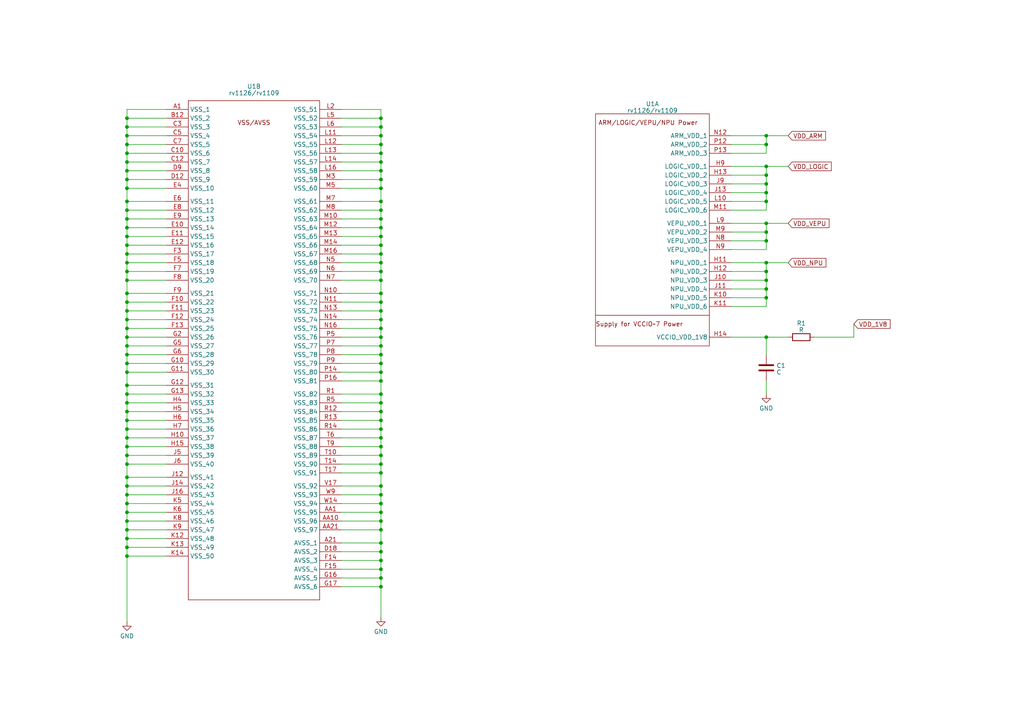
<source format=kicad_sch>
(kicad_sch (version 20230121) (generator eeschema)
  (paper "A4")
  (title_block (title "Leaf RV1126 Power") (date "2023-02-23") (rev "1") (company "Qingdao IotPi Information Technology"))
  (junction (at 110.49 114.3))
  (junction (at 36.83 87.63))
  (junction (at 222.25 76.2))
  (junction (at 110.49 36.83))
  (junction (at 36.83 156.21))
  (junction (at 110.49 116.84))
  (junction (at 110.49 105.41))
  (junction (at 36.83 143.51))
  (junction (at 110.49 90.17))
  (junction (at 110.49 95.25))
  (junction (at 222.25 83.82))
  (junction (at 36.83 71.12))
  (junction (at 110.49 34.29))
  (junction (at 222.25 97.79))
  (junction (at 36.83 138.43))
  (junction (at 36.83 116.84))
  (junction (at 110.49 134.62))
  (junction (at 36.83 111.76))
  (junction (at 36.83 95.25))
  (junction (at 36.83 105.41))
  (junction (at 222.25 39.37))
  (junction (at 110.49 151.13))
  (junction (at 110.49 49.53))
  (junction (at 36.83 54.61))
  (junction (at 110.49 160.02))
  (junction (at 110.49 63.5))
  (junction (at 36.83 46.99))
  (junction (at 222.25 78.74))
  (junction (at 36.83 36.83))
  (junction (at 36.83 44.45))
  (junction (at 36.83 92.71))
  (junction (at 110.49 71.12))
  (junction (at 110.49 39.37))
  (junction (at 110.49 100.33))
  (junction (at 222.25 67.31))
  (junction (at 36.83 148.59))
  (junction (at 36.83 78.74))
  (junction (at 36.83 119.38))
  (junction (at 110.49 46.99))
  (junction (at 110.49 97.79))
  (junction (at 110.49 110.49))
  (junction (at 36.83 63.5))
  (junction (at 36.83 34.29))
  (junction (at 36.83 66.04))
  (junction (at 36.83 114.3))
  (junction (at 110.49 153.67))
  (junction (at 110.49 76.2))
  (junction (at 110.49 143.51))
  (junction (at 110.49 73.66))
  (junction (at 36.83 49.53))
  (junction (at 36.83 161.29))
  (junction (at 110.49 121.92))
  (junction (at 36.83 90.17))
  (junction (at 36.83 68.58))
  (junction (at 36.83 129.54))
  (junction (at 36.83 85.09))
  (junction (at 222.25 50.8))
  (junction (at 222.25 86.36))
  (junction (at 36.83 158.75))
  (junction (at 222.25 64.77))
  (junction (at 110.49 41.91))
  (junction (at 36.83 134.62))
  (junction (at 36.83 127))
  (junction (at 110.49 107.95))
  (junction (at 110.49 54.61))
  (junction (at 36.83 151.13))
  (junction (at 222.25 41.91))
  (junction (at 222.25 69.85))
  (junction (at 36.83 52.07))
  (junction (at 110.49 119.38))
  (junction (at 110.49 78.74))
  (junction (at 110.49 165.1))
  (junction (at 110.49 102.87))
  (junction (at 36.83 121.92))
  (junction (at 36.83 124.46))
  (junction (at 36.83 153.67))
  (junction (at 110.49 137.16))
  (junction (at 110.49 81.28))
  (junction (at 222.25 58.42))
  (junction (at 222.25 53.34))
  (junction (at 36.83 132.08))
  (junction (at 36.83 107.95))
  (junction (at 222.25 48.26))
  (junction (at 110.49 66.04))
  (junction (at 36.83 140.97))
  (junction (at 110.49 146.05))
  (junction (at 110.49 132.08))
  (junction (at 110.49 68.58))
  (junction (at 36.83 100.33))
  (junction (at 110.49 170.18))
  (junction (at 36.83 58.42))
  (junction (at 110.49 167.64))
  (junction (at 110.49 124.46))
  (junction (at 110.49 157.48))
  (junction (at 36.83 39.37))
  (junction (at 110.49 85.09))
  (junction (at 36.83 76.2))
  (junction (at 36.83 102.87))
  (junction (at 110.49 92.71))
  (junction (at 110.49 60.96))
  (junction (at 110.49 58.42))
  (junction (at 110.49 162.56))
  (junction (at 36.83 60.96))
  (junction (at 36.83 81.28))
  (junction (at 110.49 44.45))
  (junction (at 36.83 146.05))
  (junction (at 110.49 129.54))
  (junction (at 36.83 73.66))
  (junction (at 110.49 148.59))
  (junction (at 36.83 41.91))
  (junction (at 110.49 87.63))
  (junction (at 222.25 55.88))
  (junction (at 110.49 52.07))
  (junction (at 110.49 127))
  (junction (at 110.49 140.97))
  (junction (at 36.83 97.79))
  (junction (at 222.25 81.28))
  (wire (pts (xy 110.49 36.83) (xy 99.06 36.83)))
  (wire (pts (xy 222.25 55.88) (xy 222.25 53.34)))
  (wire (pts (xy 36.83 36.83) (xy 48.26 36.83)))
  (wire (pts (xy 110.49 73.66) (xy 110.49 76.2)))
  (wire (pts (xy 36.83 153.67) (xy 36.83 156.21)))
  (wire (pts (xy 36.83 105.41) (xy 48.26 105.41)))
  (wire (pts (xy 36.83 41.91) (xy 36.83 44.45)))
  (wire (pts (xy 110.49 127) (xy 99.06 127)))
  (wire (pts (xy 110.49 105.41) (xy 110.49 107.95)))
  (wire (pts (xy 36.83 127) (xy 36.83 129.54)))
  (wire (pts (xy 110.49 114.3) (xy 110.49 116.84)))
  (wire (pts (xy 110.49 134.62) (xy 99.06 134.62)))
  (wire (pts (xy 36.83 39.37) (xy 36.83 41.91)))
  (wire (pts (xy 222.25 60.96) (xy 222.25 58.42)))
  (wire (pts (xy 36.83 49.53) (xy 48.26 49.53)))
  (wire (pts (xy 222.25 97.79) (xy 222.25 102.87)))
  (wire (pts (xy 110.49 160.02) (xy 110.49 162.56)))
  (wire (pts (xy 212.09 39.37) (xy 222.25 39.37)))
  (wire (pts (xy 110.49 81.28) (xy 110.49 85.09)))
  (wire (pts (xy 36.83 95.25) (xy 48.26 95.25)))
  (wire (pts (xy 110.49 110.49) (xy 110.49 114.3)))
  (wire (pts (xy 36.83 54.61) (xy 36.83 58.42)))
  (wire (pts (xy 36.83 119.38) (xy 48.26 119.38)))
  (wire (pts (xy 110.49 71.12) (xy 99.06 71.12)))
  (wire (pts (xy 36.83 102.87) (xy 36.83 105.41)))
  (wire (pts (xy 110.49 107.95) (xy 110.49 110.49)))
  (wire (pts (xy 36.83 148.59) (xy 36.83 151.13)))
  (wire (pts (xy 36.83 34.29) (xy 48.26 34.29)))
  (wire (pts (xy 110.49 46.99) (xy 110.49 49.53)))
  (wire (pts (xy 36.83 129.54) (xy 36.83 132.08)))
  (wire (pts (xy 110.49 44.45) (xy 99.06 44.45)))
  (wire (pts (xy 36.83 134.62) (xy 48.26 134.62)))
  (wire (pts (xy 36.83 102.87) (xy 48.26 102.87)))
  (wire (pts (xy 36.83 85.09) (xy 36.83 87.63)))
  (wire (pts (xy 110.49 85.09) (xy 99.06 85.09)))
  (wire (pts (xy 222.25 81.28) (xy 212.09 81.28)))
  (wire (pts (xy 36.83 36.83) (xy 36.83 39.37)))
  (wire (pts (xy 110.49 76.2) (xy 110.49 78.74)))
  (wire (pts (xy 222.25 39.37) (xy 228.6 39.37)))
  (wire (pts (xy 36.83 114.3) (xy 36.83 116.84)))
  (wire (pts (xy 36.83 41.91) (xy 48.26 41.91)))
  (wire (pts (xy 36.83 87.63) (xy 36.83 90.17)))
  (wire (pts (xy 36.83 68.58) (xy 36.83 71.12)))
  (wire (pts (xy 110.49 85.09) (xy 110.49 87.63)))
  (wire (pts (xy 36.83 151.13) (xy 48.26 151.13)))
  (wire (pts (xy 110.49 46.99) (xy 99.06 46.99)))
  (wire (pts (xy 36.83 143.51) (xy 48.26 143.51)))
  (wire (pts (xy 36.83 54.61) (xy 48.26 54.61)))
  (wire (pts (xy 222.25 72.39) (xy 222.25 69.85)))
  (wire (pts (xy 110.49 39.37) (xy 110.49 41.91)))
  (wire (pts (xy 222.25 48.26) (xy 228.6 48.26)))
  (wire (pts (xy 110.49 78.74) (xy 110.49 81.28)))
  (wire (pts (xy 36.83 132.08) (xy 48.26 132.08)))
  (wire (pts (xy 212.09 58.42) (xy 222.25 58.42)))
  (wire (pts (xy 36.83 138.43) (xy 36.83 140.97)))
  (wire (pts (xy 222.25 81.28) (xy 222.25 83.82)))
  (wire (pts (xy 36.83 105.41) (xy 36.83 107.95)))
  (wire (pts (xy 36.83 76.2) (xy 36.83 78.74)))
  (wire (pts (xy 110.49 34.29) (xy 99.06 34.29)))
  (wire (pts (xy 110.49 34.29) (xy 110.49 36.83)))
  (wire (pts (xy 36.83 78.74) (xy 48.26 78.74)))
  (wire (pts (xy 36.83 140.97) (xy 48.26 140.97)))
  (wire (pts (xy 110.49 54.61) (xy 99.06 54.61)))
  (wire (pts (xy 222.25 41.91) (xy 222.25 44.45)))
  (wire (pts (xy 36.83 66.04) (xy 48.26 66.04)))
  (wire (pts (xy 110.49 134.62) (xy 110.49 137.16)))
  (wire (pts (xy 110.49 121.92) (xy 99.06 121.92)))
  (wire (pts (xy 222.25 50.8) (xy 212.09 50.8)))
  (wire (pts (xy 110.49 132.08) (xy 99.06 132.08)))
  (wire (pts (xy 110.49 41.91) (xy 110.49 44.45)))
  (wire (pts (xy 36.83 114.3) (xy 48.26 114.3)))
  (wire (pts (xy 36.83 124.46) (xy 36.83 127)))
  (wire (pts (xy 110.49 170.18) (xy 99.06 170.18)))
  (wire (pts (xy 110.49 129.54) (xy 110.49 132.08)))
  (wire (pts (xy 36.83 44.45) (xy 48.26 44.45)))
  (wire (pts (xy 212.09 60.96) (xy 222.25 60.96)))
  (wire (pts (xy 110.49 90.17) (xy 99.06 90.17)))
  (wire (pts (xy 110.49 95.25) (xy 99.06 95.25)))
  (wire (pts (xy 36.83 81.28) (xy 48.26 81.28)))
  (wire (pts (xy 36.83 158.75) (xy 48.26 158.75)))
  (wire (pts (xy 110.49 157.48) (xy 99.06 157.48)))
  (wire (pts (xy 110.49 151.13) (xy 99.06 151.13)))
  (wire (pts (xy 110.49 31.75) (xy 110.49 34.29)))
  (wire (pts (xy 110.49 58.42) (xy 99.06 58.42)))
  (wire (pts (xy 36.83 71.12) (xy 36.83 73.66)))
  (wire (pts (xy 110.49 97.79) (xy 99.06 97.79)))
  (wire (pts (xy 110.49 146.05) (xy 110.49 148.59)))
  (wire (pts (xy 110.49 58.42) (xy 110.49 60.96)))
  (wire (pts (xy 36.83 156.21) (xy 36.83 158.75)))
  (wire (pts (xy 222.25 78.74) (xy 222.25 81.28)))
  (wire (pts (xy 110.49 124.46) (xy 99.06 124.46)))
  (wire (pts (xy 36.83 58.42) (xy 48.26 58.42)))
  (wire (pts (xy 222.25 86.36) (xy 212.09 86.36)))
  (wire (pts (xy 222.25 110.49) (xy 222.25 114.3)))
  (wire (pts (xy 36.83 34.29) (xy 36.83 36.83)))
  (wire (pts (xy 36.83 156.21) (xy 48.26 156.21)))
  (wire (pts (xy 110.49 60.96) (xy 99.06 60.96)))
  (wire (pts (xy 110.49 90.17) (xy 110.49 92.71)))
  (wire (pts (xy 222.25 78.74) (xy 212.09 78.74)))
  (wire (pts (xy 110.49 63.5) (xy 110.49 66.04)))
  (wire (pts (xy 110.49 102.87) (xy 99.06 102.87)))
  (wire (pts (xy 110.49 143.51) (xy 99.06 143.51)))
  (wire (pts (xy 110.49 119.38) (xy 99.06 119.38)))
  (wire (pts (xy 36.83 76.2) (xy 48.26 76.2)))
  (wire (pts (xy 110.49 167.64) (xy 99.06 167.64)))
  (wire (pts (xy 36.83 46.99) (xy 36.83 49.53)))
  (wire (pts (xy 36.83 129.54) (xy 48.26 129.54)))
  (wire (pts (xy 110.49 114.3) (xy 99.06 114.3)))
  (wire (pts (xy 36.83 161.29) (xy 48.26 161.29)))
  (wire (pts (xy 36.83 111.76) (xy 48.26 111.76)))
  (wire (pts (xy 36.83 58.42) (xy 36.83 60.96)))
  (wire (pts (xy 36.83 124.46) (xy 48.26 124.46)))
  (wire (pts (xy 110.49 39.37) (xy 99.06 39.37)))
  (wire (pts (xy 110.49 165.1) (xy 99.06 165.1)))
  (wire (pts (xy 36.83 78.74) (xy 36.83 81.28)))
  (wire (pts (xy 110.49 146.05) (xy 99.06 146.05)))
  (wire (pts (xy 36.83 132.08) (xy 36.83 134.62)))
  (wire (pts (xy 36.83 81.28) (xy 36.83 85.09)))
  (wire (pts (xy 36.83 52.07) (xy 48.26 52.07)))
  (wire (pts (xy 110.49 63.5) (xy 99.06 63.5)))
  (wire (pts (xy 36.83 63.5) (xy 36.83 66.04)))
  (wire (pts (xy 36.83 134.62) (xy 36.83 138.43)))
  (wire (pts (xy 36.83 95.25) (xy 36.83 97.79)))
  (wire (pts (xy 110.49 87.63) (xy 110.49 90.17)))
  (wire (pts (xy 36.83 90.17) (xy 36.83 92.71)))
  (wire (pts (xy 36.83 107.95) (xy 48.26 107.95)))
  (wire (pts (xy 36.83 63.5) (xy 48.26 63.5)))
  (wire (pts (xy 110.49 105.41) (xy 99.06 105.41)))
  (wire (pts (xy 110.49 153.67) (xy 110.49 157.48)))
  (wire (pts (xy 36.83 31.75) (xy 36.83 34.29)))
  (wire (pts (xy 212.09 76.2) (xy 222.25 76.2)))
  (wire (pts (xy 110.49 140.97) (xy 99.06 140.97)))
  (wire (pts (xy 110.49 148.59) (xy 99.06 148.59)))
  (wire (pts (xy 36.83 111.76) (xy 36.83 114.3)))
  (wire (pts (xy 36.83 146.05) (xy 48.26 146.05)))
  (wire (pts (xy 110.49 54.61) (xy 110.49 58.42)))
  (wire (pts (xy 110.49 157.48) (xy 110.49 160.02)))
  (wire (pts (xy 36.83 151.13) (xy 36.83 153.67)))
  (wire (pts (xy 212.09 48.26) (xy 222.25 48.26)))
  (wire (pts (xy 110.49 129.54) (xy 99.06 129.54)))
  (wire (pts (xy 222.25 83.82) (xy 222.25 86.36)))
  (wire (pts (xy 110.49 151.13) (xy 110.49 153.67)))
  (wire (pts (xy 212.09 41.91) (xy 222.25 41.91)))
  (wire (pts (xy 36.83 46.99) (xy 48.26 46.99)))
  (wire (pts (xy 36.83 71.12) (xy 48.26 71.12)))
  (wire (pts (xy 36.83 100.33) (xy 48.26 100.33)))
  (wire (pts (xy 36.83 44.45) (xy 36.83 46.99)))
  (wire (pts (xy 110.49 110.49) (xy 99.06 110.49)))
  (wire (pts (xy 110.49 162.56) (xy 99.06 162.56)))
  (wire (pts (xy 222.25 58.42) (xy 222.25 55.88)))
  (wire (pts (xy 36.83 60.96) (xy 48.26 60.96)))
  (wire (pts (xy 110.49 81.28) (xy 99.06 81.28)))
  (wire (pts (xy 110.49 68.58) (xy 110.49 71.12)))
  (wire (pts (xy 36.83 158.75) (xy 36.83 161.29)))
  (wire (pts (xy 36.83 87.63) (xy 48.26 87.63)))
  (wire (pts (xy 110.49 124.46) (xy 110.49 127)))
  (wire (pts (xy 110.49 119.38) (xy 110.49 121.92)))
  (wire (pts (xy 36.83 73.66) (xy 36.83 76.2)))
  (wire (pts (xy 36.83 119.38) (xy 36.83 121.92)))
  (wire (pts (xy 110.49 160.02) (xy 99.06 160.02)))
  (wire (pts (xy 222.25 64.77) (xy 228.6 64.77)))
  (wire (pts (xy 36.83 127) (xy 48.26 127)))
  (wire (pts (xy 36.83 116.84) (xy 48.26 116.84)))
  (wire (pts (xy 36.83 116.84) (xy 36.83 119.38)))
  (wire (pts (xy 110.49 41.91) (xy 99.06 41.91)))
  (wire (pts (xy 36.83 97.79) (xy 36.83 100.33)))
  (wire (pts (xy 110.49 116.84) (xy 99.06 116.84)))
  (wire (pts (xy 36.83 49.53) (xy 36.83 52.07)))
  (wire (pts (xy 36.83 52.07) (xy 36.83 54.61)))
  (wire (pts (xy 110.49 140.97) (xy 110.49 143.51)))
  (wire (pts (xy 110.49 78.74) (xy 99.06 78.74)))
  (wire (pts (xy 36.83 138.43) (xy 48.26 138.43)))
  (wire (pts (xy 48.26 31.75) (xy 36.83 31.75)))
  (wire (pts (xy 110.49 44.45) (xy 110.49 46.99)))
  (wire (pts (xy 222.25 67.31) (xy 212.09 67.31)))
  (wire (pts (xy 110.49 76.2) (xy 99.06 76.2)))
  (wire (pts (xy 222.25 88.9) (xy 212.09 88.9)))
  (wire (pts (xy 36.83 161.29) (xy 36.83 180.34)))
  (wire (pts (xy 110.49 92.71) (xy 99.06 92.71)))
  (wire (pts (xy 36.83 66.04) (xy 36.83 68.58)))
  (wire (pts (xy 247.65 97.79) (xy 247.65 93.98)))
  (wire (pts (xy 36.83 92.71) (xy 36.83 95.25)))
  (wire (pts (xy 110.49 73.66) (xy 99.06 73.66)))
  (wire (pts (xy 110.49 100.33) (xy 99.06 100.33)))
  (wire (pts (xy 99.06 31.75) (xy 110.49 31.75)))
  (wire (pts (xy 222.25 83.82) (xy 212.09 83.82)))
  (wire (pts (xy 110.49 68.58) (xy 99.06 68.58)))
  (wire (pts (xy 110.49 127) (xy 110.49 129.54)))
  (wire (pts (xy 110.49 132.08) (xy 110.49 134.62)))
  (wire (pts (xy 222.25 76.2) (xy 222.25 78.74)))
  (wire (pts (xy 212.09 55.88) (xy 222.25 55.88)))
  (wire (pts (xy 110.49 170.18) (xy 110.49 179.07)))
  (wire (pts (xy 36.83 148.59) (xy 48.26 148.59)))
  (wire (pts (xy 36.83 146.05) (xy 36.83 148.59)))
  (wire (pts (xy 36.83 90.17) (xy 48.26 90.17)))
  (wire (pts (xy 110.49 97.79) (xy 110.49 100.33)))
  (wire (pts (xy 212.09 53.34) (xy 222.25 53.34)))
  (wire (pts (xy 222.25 69.85) (xy 222.25 67.31)))
  (wire (pts (xy 110.49 137.16) (xy 99.06 137.16)))
  (wire (pts (xy 110.49 52.07) (xy 110.49 54.61)))
  (wire (pts (xy 110.49 107.95) (xy 99.06 107.95)))
  (wire (pts (xy 110.49 66.04) (xy 110.49 68.58)))
  (wire (pts (xy 222.25 64.77) (xy 222.25 67.31)))
  (wire (pts (xy 110.49 137.16) (xy 110.49 140.97)))
  (wire (pts (xy 36.83 100.33) (xy 36.83 102.87)))
  (wire (pts (xy 222.25 39.37) (xy 222.25 41.91)))
  (wire (pts (xy 222.25 53.34) (xy 222.25 50.8)))
  (wire (pts (xy 36.83 85.09) (xy 48.26 85.09)))
  (wire (pts (xy 110.49 100.33) (xy 110.49 102.87)))
  (wire (pts (xy 110.49 49.53) (xy 110.49 52.07)))
  (wire (pts (xy 222.25 97.79) (xy 228.6 97.79)))
  (wire (pts (xy 36.83 143.51) (xy 36.83 146.05)))
  (wire (pts (xy 110.49 121.92) (xy 110.49 124.46)))
  (wire (pts (xy 212.09 97.79) (xy 222.25 97.79)))
  (wire (pts (xy 212.09 64.77) (xy 222.25 64.77)))
  (wire (pts (xy 36.83 39.37) (xy 48.26 39.37)))
  (wire (pts (xy 212.09 72.39) (xy 222.25 72.39)))
  (wire (pts (xy 110.49 167.64) (xy 110.49 170.18)))
  (wire (pts (xy 110.49 102.87) (xy 110.49 105.41)))
  (wire (pts (xy 110.49 49.53) (xy 99.06 49.53)))
  (wire (pts (xy 36.83 97.79) (xy 48.26 97.79)))
  (wire (pts (xy 110.49 148.59) (xy 110.49 151.13)))
  (wire (pts (xy 110.49 143.51) (xy 110.49 146.05)))
  (wire (pts (xy 110.49 153.67) (xy 99.06 153.67)))
  (wire (pts (xy 222.25 76.2) (xy 228.6 76.2)))
  (wire (pts (xy 110.49 162.56) (xy 110.49 165.1)))
  (wire (pts (xy 36.83 92.71) (xy 48.26 92.71)))
  (wire (pts (xy 36.83 140.97) (xy 36.83 143.51)))
  (wire (pts (xy 36.83 107.95) (xy 36.83 111.76)))
  (wire (pts (xy 222.25 86.36) (xy 222.25 88.9)))
  (wire (pts (xy 36.83 73.66) (xy 48.26 73.66)))
  (wire (pts (xy 110.49 92.71) (xy 110.49 95.25)))
  (wire (pts (xy 110.49 71.12) (xy 110.49 73.66)))
  (wire (pts (xy 222.25 48.26) (xy 222.25 50.8)))
  (wire (pts (xy 36.83 121.92) (xy 36.83 124.46)))
  (wire (pts (xy 36.83 60.96) (xy 36.83 63.5)))
  (wire (pts (xy 110.49 116.84) (xy 110.49 119.38)))
  (wire (pts (xy 212.09 69.85) (xy 222.25 69.85)))
  (wire (pts (xy 110.49 66.04) (xy 99.06 66.04)))
  (wire (pts (xy 36.83 68.58) (xy 48.26 68.58)))
  (wire (pts (xy 110.49 165.1) (xy 110.49 167.64)))
  (wire (pts (xy 110.49 60.96) (xy 110.49 63.5)))
  (wire (pts (xy 36.83 153.67) (xy 48.26 153.67)))
  (wire (pts (xy 110.49 95.25) (xy 110.49 97.79)))
  (wire (pts (xy 110.49 36.83) (xy 110.49 39.37)))
  (wire (pts (xy 212.09 44.45) (xy 222.25 44.45)))
  (wire (pts (xy 110.49 52.07) (xy 99.06 52.07)))
  (wire (pts (xy 110.49 87.63) (xy 99.06 87.63)))
  (wire (pts (xy 236.22 97.79) (xy 247.65 97.79)))
  (wire (pts (xy 36.83 121.92) (xy 48.26 121.92)))
  (global_label "VDD_VEPU" (shape input) (at 228.6 64.77 0) (property "Intersheetrefs" "${INTERSHEET_REFS}" (effects hide)))
  (global_label "VDD_ARM" (shape input) (at 228.6 39.37 0) (property "Intersheetrefs" "${INTERSHEET_REFS}" (effects hide)))
  (global_label "VDD_1V8" (shape input) (at 247.65 93.98 0) (property "Intersheetrefs" "${INTERSHEET_REFS}" (effects hide)))
  (global_label "VDD_LOGIC" (shape input) (at 228.6 48.26 0) (property "Intersheetrefs" "${INTERSHEET_REFS}" (effects hide)))
  (global_label "VDD_NPU" (shape input) (at 228.6 76.2 0) (property "Intersheetrefs" "${INTERSHEET_REFS}" (effects hide)))
  (symbol (lib_id "CPU_Rockchip:rv1126_rv1109") (at 189.23 64.77 0) (unit 1)
    (property "Reference" "U1" (at 189.23 30.1371 0))
    (property "Value" "rv1126/rv1109" (at 189.23 32.0581 0))
  )
  (symbol (lib_id "Device:C") (at 222.25 106.68 0) (unit 1)
    (property "Reference" "C1" (at 225.171 106.0363 0) (effects (justify left)))
    (property "Value" "C" (at 225.171 107.9573 0) (effects (justify left)))
  )
  (symbol (lib_name "rv1126_rv1109_1") (lib_id "CPU_Rockchip:rv1126_rv1109") (at 73.66 59.69 0) (unit 2)
    (property "Reference" "U1" (at 73.66 25.0571 0))
    (property "Value" "rv1126/rv1109" (at 73.66 26.9781 0))
  )
  (symbol (lib_id "power:GND") (at 36.83 180.34 0) (unit 1)
    (property "Reference" "#PWR02" (effects hide))
    (property "Value" "GND" (at 36.83 184.4755 0))
  )
  (symbol (lib_id "power:GND") (at 110.49 179.07 0) (unit 1)
    (property "Reference" "#PWR03" (effects hide))
    (property "Value" "GND" (at 110.49 183.2055 0))
  )
  (symbol (lib_id "Device:R") (at 232.41 97.79 90) (unit 1)
    (property "Reference" "R1" (at 232.41 93.7641 90))
    (property "Value" "R" (at 232.41 95.6851 90))
  )
  (symbol (lib_id "power:GND") (at 222.25 114.3 0) (unit 1)
    (property "Reference" "#PWR01" (effects hide))
    (property "Value" "GND" (at 222.25 118.4355 0))
  )
)
</source>
